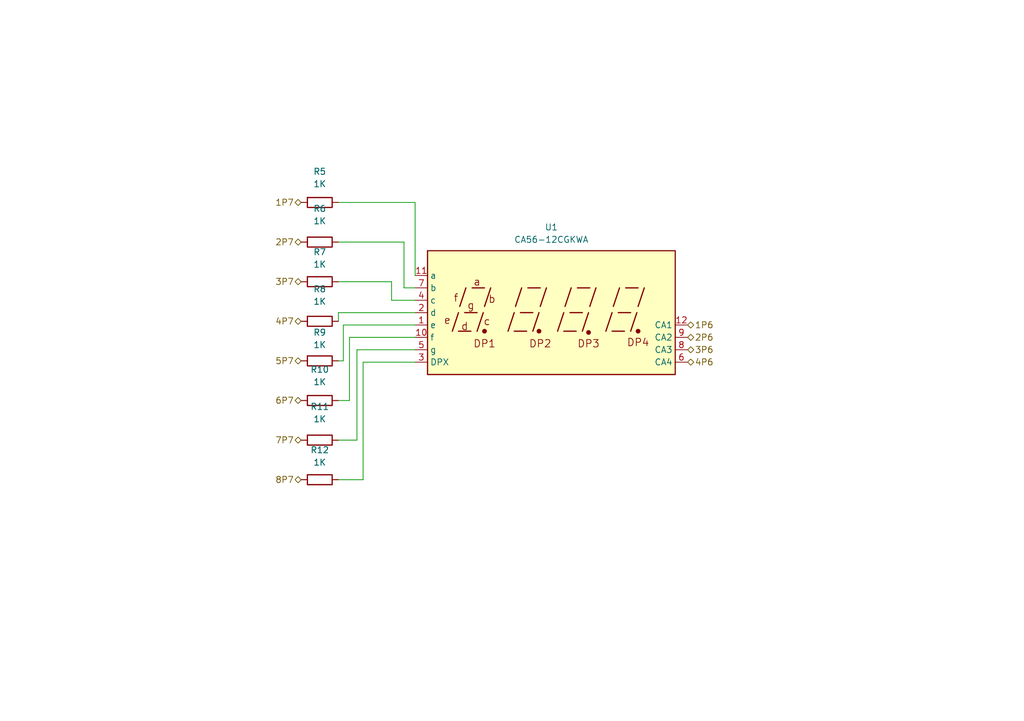
<source format=kicad_sch>
(kicad_sch (version 20230121) (generator eeschema)
  (paper "A5")
  (lib_symbols
    (symbol "Device:R" (pin_numbers hide) (pin_names (offset 0))
      (property "Reference" "R" (at 2.032 0 90))
      (property "Value" "R" (at 0 0 90))
      (symbol "R_0_1"
        (rectangle (start -1.016 -2.54) (end 1.016 2.54) (stroke (width 0.254)))
      )
      (symbol "R_1_1"
        (pin passive line (at 0 3.81 270) (length 1.27) (name "~") (number "1"))
        (pin passive line (at 0 -3.81 90) (length 1.27) (name "~") (number "2"))
      )
    )
    (symbol "Display_Character:CA56-12CGKWA"
      (property "Reference" "U" (at -24.13 13.97 0))
      (property "Value" "CA56-12CGKWA" (at 17.78 13.97 0))
      (symbol "CA56-12CGKWA_0_0"
        (rectangle (start -25.4 12.7) (end 25.4 -12.7) (stroke (width 0.254)) (fill (type background)))
        (polyline (pts (xy -20.32 -3.81) (xy -19.05 0)) (stroke (width 0.254)))
        (polyline (pts (xy -19.05 -3.81) (xy -16.51 -3.81)) (stroke (width 0.254)))
        (polyline (pts (xy -18.796 1.27) (xy -17.526 5.08)) (stroke (width 0.254)))
        (polyline (pts (xy -17.78 0) (xy -15.24 0)) (stroke (width 0.254)))
        (polyline (pts (xy -16.256 5.08) (xy -13.716 5.08)) (stroke (width 0.254)))
        (polyline (pts (xy -15.24 -3.81) (xy -13.97 0)) (stroke (width 0.254)))
        (polyline (pts (xy -13.716 1.27) (xy -12.446 5.08)) (stroke (width 0.254)))
        (polyline (pts (xy -8.89 -3.81) (xy -7.62 0)) (stroke (width 0.254)))
        (polyline (pts (xy -7.62 -3.81) (xy -5.08 -3.81)) (stroke (width 0.254)))
        (polyline (pts (xy -7.366 1.27) (xy -6.096 5.08)) (stroke (width 0.254)))
        (polyline (pts (xy -6.35 0) (xy -3.81 0)) (stroke (width 0.254)))
        (polyline (pts (xy -4.826 5.08) (xy -2.286 5.08)) (stroke (width 0.254)))
        (polyline (pts (xy -3.81 -3.81) (xy -2.54 0)) (stroke (width 0.254)))
        (polyline (pts (xy -2.286 1.27) (xy -1.016 5.08)) (stroke (width 0.254)))
        (polyline (pts (xy 1.27 -3.81) (xy 2.54 0)) (stroke (width 0.254)))
        (polyline (pts (xy 2.54 -3.81) (xy 5.08 -3.81)) (stroke (width 0.254)))
        (polyline (pts (xy 2.794 1.27) (xy 4.064 5.08)) (stroke (width 0.254)))
        (polyline (pts (xy 3.81 0) (xy 6.35 0)) (stroke (width 0.254)))
        (polyline (pts (xy 5.334 5.08) (xy 7.874 5.08)) (stroke (width 0.254)))
        (polyline (pts (xy 6.35 -3.81) (xy 7.62 0)) (stroke (width 0.254)))
        (polyline (pts (xy 7.874 1.27) (xy 9.144 5.08)) (stroke (width 0.254)))
        (polyline (pts (xy 11.176 -3.81) (xy 12.446 0)) (stroke (width 0.254)))
        (polyline (pts (xy 12.446 -3.81) (xy 14.986 -3.81)) (stroke (width 0.254)))
        (polyline (pts (xy 12.7 1.27) (xy 13.97 5.08)) (stroke (width 0.254)))
        (polyline (pts (xy 13.716 0) (xy 16.256 0)) (stroke (width 0.254)))
        (polyline (pts (xy 15.24 5.08) (xy 17.78 5.08)) (stroke (width 0.254)))
        (polyline (pts (xy 16.256 -3.81) (xy 17.526 0)) (stroke (width 0.254)))
        (polyline (pts (xy 17.78 1.27) (xy 19.05 5.08)) (stroke (width 0.254)))
        (text "a" (at -15.24 6.35 0) (effects (font (size 1.524 1.524))))
        (text "b" (at -12.192 2.794 0) (effects (font (size 1.524 1.524))))
        (text "c" (at -13.208 -1.778 0) (effects (font (size 1.524 1.524))))
        (text "d" (at -17.78 -2.794 0) (effects (font (size 1.524 1.524))))
        (text "DP1" (at -13.716 -6.35 0) (effects (font (size 1.524 1.524))))
        (text "DP2" (at -2.286 -6.35 0) (effects (font (size 1.524 1.524))))
        (text "DP3" (at 7.62 -6.35 0) (effects (font (size 1.524 1.524))))
        (text "DP4" (at 17.78 -6.096 0) (effects (font (size 1.524 1.524))))
        (text "e" (at -21.336 -1.524 0) (effects (font (size 1.524 1.524))))
        (text "f" (at -19.558 3.048 0) (effects (font (size 1.524 1.524))))
        (text "g" (at -16.51 1.524 0) (effects (font (size 1.524 1.524))))
      )
      (symbol "CA56-12CGKWA_0_1"
        (circle (center -13.716 -3.81) (radius 0.3556) (stroke (width 0.254)) (fill (type outline)))
        (circle (center -2.54 -3.81) (radius 0.3556) (stroke (width 0.254)) (fill (type outline)))
      )
      (symbol "CA56-12CGKWA_1_0"
        (circle (center 7.62 -4.064) (radius 0.3556) (stroke (width 0.254)) (fill (type outline)))
        (circle (center 17.78 -3.81) (radius 0.3556) (stroke (width 0.254)) (fill (type outline)))
      )
      (symbol "CA56-12CGKWA_1_1"
        (pin input line (at -27.94 -2.54 0) (length 2.54) (name "e") (number "1"))
        (pin input line (at -27.94 -5.08 0) (length 2.54) (name "f") (number "10"))
        (pin input line (at -27.94 7.62 0) (length 2.54) (name "a") (number "11"))
        (pin input line (at 27.94 -2.54 180) (length 2.54) (name "CA1") (number "12"))
        (pin input line (at -27.94 0 0) (length 2.54) (name "d") (number "2"))
        (pin input line (at -27.94 -10.16 0) (length 2.54) (name "DPX") (number "3"))
        (pin input line (at -27.94 2.54 0) (length 2.54) (name "c") (number "4"))
        (pin input line (at -27.94 -7.62 0) (length 2.54) (name "g") (number "5"))
        (pin input line (at 27.94 -10.16 180) (length 2.54) (name "CA4") (number "6"))
        (pin input line (at -27.94 5.08 0) (length 2.54) (name "b") (number "7"))
        (pin input line (at 27.94 -7.62 180) (length 2.54) (name "CA3") (number "8"))
        (pin input line (at 27.94 -5.08 180) (length 2.54) (name "CA2") (number "9"))
      )
    )
  )
  (wire (pts (xy 85.1408 66.7004) (xy 70.4088 66.7004)))
  (wire (pts (xy 85.1408 69.2404) (xy 71.6788 69.2404)))
  (wire (pts (xy 80.3148 57.8104) (xy 80.3148 61.6204)))
  (wire (pts (xy 70.4088 74.0664) (xy 69.3928 74.0664)))
  (wire (pts (xy 69.3928 57.8104) (xy 80.3148 57.8104)))
  (wire (pts (xy 85.1408 64.1604) (xy 69.3928 64.1604)))
  (wire (pts (xy 82.8548 49.6824) (xy 82.8548 59.0804)))
  (wire (pts (xy 69.3928 49.6824) (xy 82.8548 49.6824)))
  (wire (pts (xy 73.2028 71.7804) (xy 73.2028 90.3224)))
  (wire (pts (xy 85.1408 41.5544) (xy 85.1408 56.5404)))
  (wire (pts (xy 71.6788 69.2404) (xy 71.6788 82.1944)))
  (wire (pts (xy 71.6788 82.1944) (xy 69.3928 82.1944)))
  (wire (pts (xy 69.3928 64.1604) (xy 69.3928 65.9384)))
  (wire (pts (xy 80.3148 61.6204) (xy 85.1408 61.6204)))
  (wire (pts (xy 74.4728 74.3204) (xy 74.4728 98.4504)))
  (wire (pts (xy 85.1408 71.7804) (xy 73.2028 71.7804)))
  (wire (pts (xy 82.8548 59.0804) (xy 85.1408 59.0804)))
  (wire (pts (xy 69.3928 41.5544) (xy 85.1408 41.5544)))
  (wire (pts (xy 85.1408 74.3204) (xy 74.4728 74.3204)))
  (wire (pts (xy 73.2028 90.3224) (xy 69.3928 90.3224)))
  (wire (pts (xy 70.4088 66.7004) (xy 70.4088 74.0664)))
  (wire (pts (xy 74.4728 98.4504) (xy 69.3928 98.4504)))
  (hierarchical_label "4P7" (shape bidirectional) (at 61.7728 65.9384 180))
  (hierarchical_label "2P6" (shape bidirectional) (at 141.0208 69.2404 0))
  (hierarchical_label "1P6" (shape bidirectional) (at 141.0208 66.7004 0))
  (hierarchical_label "4P6" (shape bidirectional) (at 141.0208 74.3204 0))
  (hierarchical_label "7P7" (shape bidirectional) (at 61.7728 90.3224 180))
  (hierarchical_label "1P7" (shape bidirectional) (at 61.7728 41.5544 180))
  (hierarchical_label "6P7" (shape bidirectional) (at 61.7728 82.1944 180))
  (hierarchical_label "3P6" (shape bidirectional) (at 141.0208 71.7804 0))
  (hierarchical_label "8P7" (shape bidirectional) (at 61.7728 98.4504 180))
  (hierarchical_label "3P7" (shape bidirectional) (at 61.7728 57.8104 180))
  (hierarchical_label "2P7" (shape bidirectional) (at 61.7728 49.6824 180))
  (hierarchical_label "5P7" (shape bidirectional) (at 61.7728 74.0664 180))
  (symbol (lib_id "Device:R") (at 65.5828 65.9384 90) (unit 1)
    (property "Reference" "R8" (at 65.5828 59.3344 90))
    (property "Value" "1K" (at 65.5828 61.8744 90))
    (property "Footprint" "Resistor_SMD:R_0805_2012Metric" (effects hide))
    (instances (project "modulo del FPGA THT" (path "" (reference "R8") (unit 1))) (project "mod. de exp. FPGA spartan 6 mimasV2" (path "" (reference "R20") (unit 1))))
  )
  (symbol (lib_id "Device:R") (at 65.5828 98.4504 90) (unit 1)
    (property "Reference" "R12" (at 65.5828 92.3544 90))
    (property "Value" "1K" (at 65.5828 94.8944 90))
    (property "Footprint" "Resistor_SMD:R_0805_2012Metric" (effects hide))
    (instances (project "modulo del FPGA THT" (path "" (reference "R12") (unit 1))) (project "mod. de exp. FPGA spartan 6 mimasV2" (path "" (reference "R24") (unit 1))))
  )
  (symbol (lib_id "Device:R") (at 65.5828 49.6824 90) (unit 1)
    (property "Reference" "R6" (at 65.5828 42.8244 90))
    (property "Value" "1K" (at 65.5828 45.3644 90))
    (property "Footprint" "Resistor_SMD:R_0805_2012Metric" (effects hide))
    (instances (project "modulo del FPGA THT" (path "" (reference "R6") (unit 1))) (project "mod. de exp. FPGA spartan 6 mimasV2" (path "" (reference "R18") (unit 1))))
  )
  (symbol (lib_id "Device:R") (at 65.5828 57.8104 90) (unit 1)
    (property "Reference" "R7" (at 65.5828 51.7144 90))
    (property "Value" "1K" (at 65.5828 54.2544 90))
    (property "Footprint" "Resistor_SMD:R_0805_2012Metric" (effects hide))
    (instances (project "modulo del FPGA THT" (path "" (reference "R7") (unit 1))) (project "mod. de exp. FPGA spartan 6 mimasV2" (path "" (reference "R19") (unit 1))))
  )
  (symbol (lib_id "Display_Character:CA56-12CGKWA") (at 113.0808 64.1604 0) (unit 1)
    (property "Reference" "U1" (at 113.0808 46.6344 0))
    (property "Value" "CA56-12CGKWA" (at 113.0808 49.1744 0))
    (property "Footprint" "Display_7Segment:CA56-12CGKWA" (effects hide))
    (property "Datasheet" "http://www.kingbright.com/attachments/file/psearch/000/00/00/CA56-12CGKWA(Ver.9A).pdf" (effects hide))
  )
  (symbol (lib_id "Device:R") (at 65.5828 41.5544 90) (unit 1)
    (property "Reference" "R5" (at 65.5828 35.2044 90))
    (property "Value" "1K" (at 65.5828 37.7444 90))
    (property "Footprint" "Resistor_SMD:R_0805_2012Metric" (effects hide))
    (instances (project "modulo del FPGA THT" (path "" (reference "R5") (unit 1))) (project "mod. de exp. FPGA spartan 6 mimasV2" (path "" (reference "R17") (unit 1))))
  )
  (symbol (lib_id "Device:R") (at 65.5828 90.3224 90) (unit 1)
    (property "Reference" "R11" (at 65.5828 83.4644 90))
    (property "Value" "1K" (at 65.5828 86.0044 90))
    (property "Footprint" "Resistor_SMD:R_0805_2012Metric" (effects hide))
    (instances (project "modulo del FPGA THT" (path "" (reference "R11") (unit 1))) (project "mod. de exp. FPGA spartan 6 mimasV2" (path "" (reference "R23") (unit 1))))
  )
  (symbol (lib_id "Device:R") (at 65.5828 82.1944 90) (unit 1)
    (property "Reference" "R10" (at 65.5828 75.8444 90))
    (property "Value" "1K" (at 65.5828 78.3844 90))
    (property "Footprint" "Resistor_SMD:R_0805_2012Metric" (effects hide))
    (instances (project "modulo del FPGA THT" (path "" (reference "R10") (unit 1))) (project "mod. de exp. FPGA spartan 6 mimasV2" (path "" (reference "R22") (unit 1))))
  )
  (symbol (lib_id "Device:R") (at 65.5828 74.0664 90) (unit 1)
    (property "Reference" "R9" (at 65.5828 68.2244 90))
    (property "Value" "1K" (at 65.5828 70.7644 90))
    (property "Footprint" "Resistor_SMD:R_0805_2012Metric" (effects hide))
    (instances (project "modulo del FPGA THT" (path "" (reference "R9") (unit 1))) (project "mod. de exp. FPGA spartan 6 mimasV2" (path "" (reference "R21") (unit 1))))
  )
)
</source>
